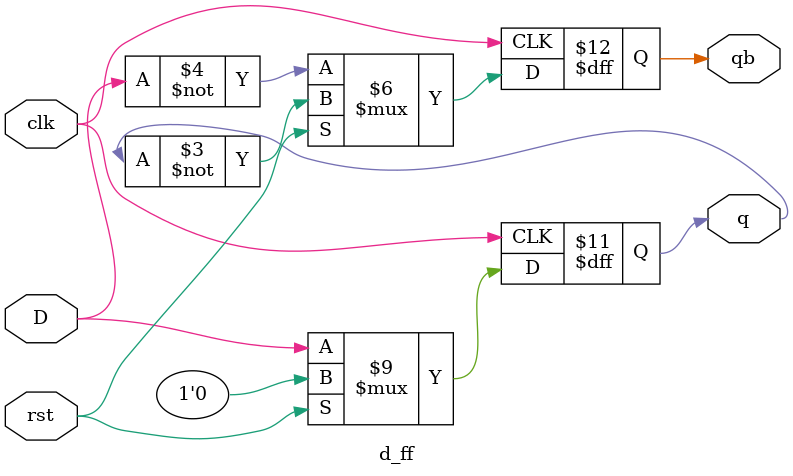
<source format=v>
module fifo_reg(data,clk,rst,stall,out);

input data;
input clk,rst,stall;
output out;
wire Q1,QB1,Q2,QB2,Q3,QB3,QB4;
d_ff D1(.D(data),.clk(clk),.rst(rst),.q(Q1),.qb(QB1));
d_ff D2(.D(Q1),.clk(clk),.rst(rst),.q(Q2),.qb(QB2));
d_ff D3(.D(Q2),.clk(clk),.rst(rst),.q(Q3),.qb(QB3));
d_ff D4(.D(Q3),.clk(clk),.rst(rst),.q(out),.qb(QB4));

endmodule

module d_ff(D,clk,rst,q,qb);

input D,clk,rst;
output reg q,qb;

always @(posedge clk)
begin
	if(rst==1'b1)
	begin
		q <= 1'b0;
		qb <= ~q;
	end
	else
	begin
		q = D;
		qb = ~q;
	end
end

endmodule

</source>
